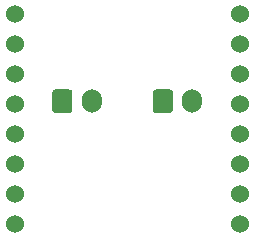
<source format=gbs>
G04 #@! TF.GenerationSoftware,KiCad,Pcbnew,5.1.9+dfsg1-1*
G04 #@! TF.CreationDate,2022-08-24T15:04:36+09:00*
G04 #@! TF.ProjectId,direct-pt1000-stick,64697265-6374-42d7-9074-313030302d73,rev?*
G04 #@! TF.SameCoordinates,Original*
G04 #@! TF.FileFunction,Soldermask,Bot*
G04 #@! TF.FilePolarity,Negative*
%FSLAX46Y46*%
G04 Gerber Fmt 4.6, Leading zero omitted, Abs format (unit mm)*
G04 Created by KiCad (PCBNEW 5.1.9+dfsg1-1) date 2022-08-24 15:04:36*
%MOMM*%
%LPD*%
G01*
G04 APERTURE LIST*
%ADD10C,1.524000*%
%ADD11O,1.700000X2.000000*%
G04 APERTURE END LIST*
D10*
X130870001Y-94615000D03*
X130870001Y-97155000D03*
X130870001Y-99695000D03*
X130870001Y-102235000D03*
X130870001Y-104775000D03*
X130870001Y-107315000D03*
X130870001Y-109855000D03*
X130870001Y-112395000D03*
X149920001Y-112395000D03*
X149920001Y-109855000D03*
X149920001Y-107315000D03*
X149920001Y-104775000D03*
X149920001Y-102235000D03*
X149920001Y-99695000D03*
X149920001Y-97155000D03*
X149920001Y-94615000D03*
G36*
G01*
X134024000Y-102731000D02*
X134024000Y-101231000D01*
G75*
G02*
X134274000Y-100981000I250000J0D01*
G01*
X135474000Y-100981000D01*
G75*
G02*
X135724000Y-101231000I0J-250000D01*
G01*
X135724000Y-102731000D01*
G75*
G02*
X135474000Y-102981000I-250000J0D01*
G01*
X134274000Y-102981000D01*
G75*
G02*
X134024000Y-102731000I0J250000D01*
G01*
G37*
D11*
X137374000Y-101981000D03*
X145883000Y-101981000D03*
G36*
G01*
X142533000Y-102731000D02*
X142533000Y-101231000D01*
G75*
G02*
X142783000Y-100981000I250000J0D01*
G01*
X143983000Y-100981000D01*
G75*
G02*
X144233000Y-101231000I0J-250000D01*
G01*
X144233000Y-102731000D01*
G75*
G02*
X143983000Y-102981000I-250000J0D01*
G01*
X142783000Y-102981000D01*
G75*
G02*
X142533000Y-102731000I0J250000D01*
G01*
G37*
M02*

</source>
